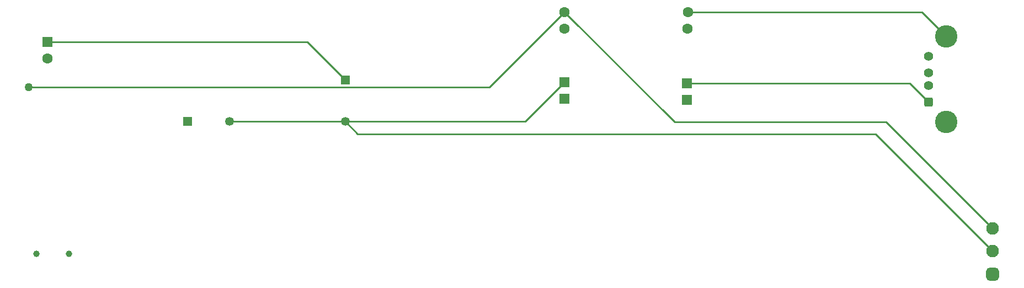
<source format=gbl>
G04*
G04 #@! TF.GenerationSoftware,Altium Limited,Altium Designer,24.6.1 (21)*
G04*
G04 Layer_Physical_Order=2*
G04 Layer_Color=16711680*
%FSLAX44Y44*%
%MOMM*%
G71*
G04*
G04 #@! TF.SameCoordinates,958CD009-C92F-408B-8D77-DDB794054E94*
G04*
G04*
G04 #@! TF.FilePolarity,Positive*
G04*
G01*
G75*
%ADD14C,0.2540*%
%ADD31R,1.6000X1.6000*%
G04:AMPARAMS|DCode=32|XSize=1.6mm|YSize=1.6mm|CornerRadius=0.8mm|HoleSize=0mm|Usage=FLASHONLY|Rotation=90.000|XOffset=0mm|YOffset=0mm|HoleType=Round|Shape=RoundedRectangle|*
%AMROUNDEDRECTD32*
21,1,1.6000,0.0000,0,0,90.0*
21,1,0.0000,1.6000,0,0,90.0*
1,1,1.6000,0.0000,0.0000*
1,1,1.6000,0.0000,0.0000*
1,1,1.6000,0.0000,0.0000*
1,1,1.6000,0.0000,0.0000*
%
%ADD32ROUNDEDRECTD32*%
%ADD33C,1.0000*%
%ADD34C,1.4200*%
G04:AMPARAMS|DCode=35|XSize=1.42mm|YSize=1.42mm|CornerRadius=0.355mm|HoleSize=0mm|Usage=FLASHONLY|Rotation=90.000|XOffset=0mm|YOffset=0mm|HoleType=Round|Shape=RoundedRectangle|*
%AMROUNDEDRECTD35*
21,1,1.4200,0.7100,0,0,90.0*
21,1,0.7100,1.4200,0,0,90.0*
1,1,0.7100,0.3550,0.3550*
1,1,0.7100,0.3550,-0.3550*
1,1,0.7100,-0.3550,-0.3550*
1,1,0.7100,-0.3550,0.3550*
%
%ADD35ROUNDEDRECTD35*%
%ADD36C,3.4500*%
%ADD37C,1.6000*%
%ADD38C,1.3500*%
%ADD39R,1.3500X1.3500*%
%ADD40R,1.3500X1.3500*%
%ADD41C,1.9500*%
G04:AMPARAMS|DCode=42|XSize=1.95mm|YSize=1.95mm|CornerRadius=0.4875mm|HoleSize=0mm|Usage=FLASHONLY|Rotation=90.000|XOffset=0mm|YOffset=0mm|HoleType=Round|Shape=RoundedRectangle|*
%AMROUNDEDRECTD42*
21,1,1.9500,0.9750,0,0,90.0*
21,1,0.9750,1.9500,0,0,90.0*
1,1,0.9750,0.4875,0.4875*
1,1,0.9750,0.4875,-0.4875*
1,1,0.9750,-0.4875,-0.4875*
1,1,0.9750,-0.4875,0.4875*
%
%ADD42ROUNDEDRECTD42*%
%ADD43C,1.2700*%
D14*
X258318Y568198D02*
X965708D01*
X1080770Y683260D01*
X744220Y515370D02*
X763528Y496062D01*
X1557988D01*
X1737820Y316230D01*
X1270000Y683260D02*
X1629290D01*
X1666460Y646090D01*
X1574700Y514350D02*
X1737820Y351230D01*
X1249680Y514350D02*
X1574700D01*
X1080770Y683260D02*
X1249680Y514350D01*
X744220Y515370D02*
X1020830D01*
X1080770Y575310D01*
X287020Y637540D02*
X686050D01*
X744220Y579370D01*
X1610710Y574040D02*
X1639360Y545390D01*
X1268730Y574040D02*
X1610710D01*
X655570Y515370D02*
X744220D01*
X655320Y515620D02*
X655570Y515370D01*
X566670Y515620D02*
X655320D01*
D31*
X1080770Y575310D02*
D03*
Y549910D02*
D03*
X1268730Y548640D02*
D03*
Y574040D02*
D03*
X287020Y637540D02*
D03*
D32*
X1080516Y657860D02*
D03*
X1080770Y683260D02*
D03*
X1270000D02*
D03*
X1269746Y657860D02*
D03*
D33*
X320692Y312600D02*
D03*
X270692D02*
D03*
D34*
X1639360Y590390D02*
D03*
Y570390D02*
D03*
Y615390D02*
D03*
D35*
Y545390D02*
D03*
D36*
X1666460Y514690D02*
D03*
Y646090D02*
D03*
D37*
X287020Y612140D02*
D03*
D38*
X566670Y515620D02*
D03*
X744220Y515370D02*
D03*
D39*
X502670Y515620D02*
D03*
D40*
X744220Y579370D02*
D03*
D41*
X1737820Y316230D02*
D03*
Y351230D02*
D03*
D42*
Y281230D02*
D03*
D43*
X258318Y568198D02*
D03*
M02*

</source>
